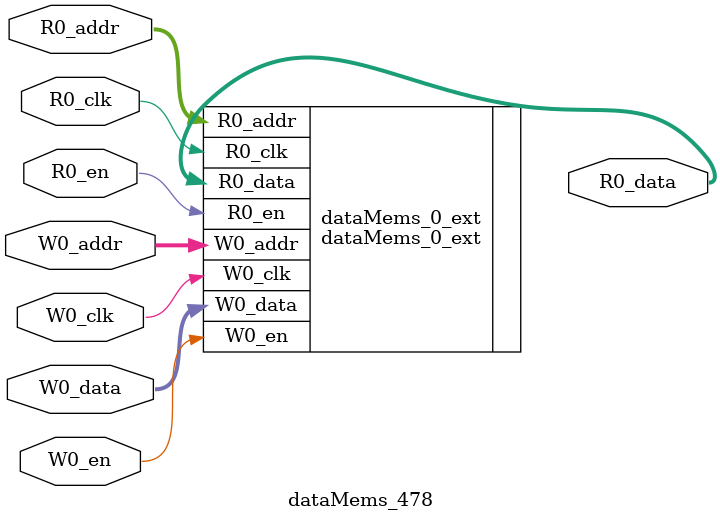
<source format=sv>
`ifndef RANDOMIZE
  `ifdef RANDOMIZE_REG_INIT
    `define RANDOMIZE
  `endif // RANDOMIZE_REG_INIT
`endif // not def RANDOMIZE
`ifndef RANDOMIZE
  `ifdef RANDOMIZE_MEM_INIT
    `define RANDOMIZE
  `endif // RANDOMIZE_MEM_INIT
`endif // not def RANDOMIZE

`ifndef RANDOM
  `define RANDOM $random
`endif // not def RANDOM

// Users can define 'PRINTF_COND' to add an extra gate to prints.
`ifndef PRINTF_COND_
  `ifdef PRINTF_COND
    `define PRINTF_COND_ (`PRINTF_COND)
  `else  // PRINTF_COND
    `define PRINTF_COND_ 1
  `endif // PRINTF_COND
`endif // not def PRINTF_COND_

// Users can define 'ASSERT_VERBOSE_COND' to add an extra gate to assert error printing.
`ifndef ASSERT_VERBOSE_COND_
  `ifdef ASSERT_VERBOSE_COND
    `define ASSERT_VERBOSE_COND_ (`ASSERT_VERBOSE_COND)
  `else  // ASSERT_VERBOSE_COND
    `define ASSERT_VERBOSE_COND_ 1
  `endif // ASSERT_VERBOSE_COND
`endif // not def ASSERT_VERBOSE_COND_

// Users can define 'STOP_COND' to add an extra gate to stop conditions.
`ifndef STOP_COND_
  `ifdef STOP_COND
    `define STOP_COND_ (`STOP_COND)
  `else  // STOP_COND
    `define STOP_COND_ 1
  `endif // STOP_COND
`endif // not def STOP_COND_

// Users can define INIT_RANDOM as general code that gets injected into the
// initializer block for modules with registers.
`ifndef INIT_RANDOM
  `define INIT_RANDOM
`endif // not def INIT_RANDOM

// If using random initialization, you can also define RANDOMIZE_DELAY to
// customize the delay used, otherwise 0.002 is used.
`ifndef RANDOMIZE_DELAY
  `define RANDOMIZE_DELAY 0.002
`endif // not def RANDOMIZE_DELAY

// Define INIT_RANDOM_PROLOG_ for use in our modules below.
`ifndef INIT_RANDOM_PROLOG_
  `ifdef RANDOMIZE
    `ifdef VERILATOR
      `define INIT_RANDOM_PROLOG_ `INIT_RANDOM
    `else  // VERILATOR
      `define INIT_RANDOM_PROLOG_ `INIT_RANDOM #`RANDOMIZE_DELAY begin end
    `endif // VERILATOR
  `else  // RANDOMIZE
    `define INIT_RANDOM_PROLOG_
  `endif // RANDOMIZE
`endif // not def INIT_RANDOM_PROLOG_

// Include register initializers in init blocks unless synthesis is set
`ifndef SYNTHESIS
  `ifndef ENABLE_INITIAL_REG_
    `define ENABLE_INITIAL_REG_
  `endif // not def ENABLE_INITIAL_REG_
`endif // not def SYNTHESIS

// Include rmemory initializers in init blocks unless synthesis is set
`ifndef SYNTHESIS
  `ifndef ENABLE_INITIAL_MEM_
    `define ENABLE_INITIAL_MEM_
  `endif // not def ENABLE_INITIAL_MEM_
`endif // not def SYNTHESIS

module dataMems_478(	// @[generators/ara/src/main/scala/UnsafeAXI4ToTL.scala:365:62]
  input  [4:0]  R0_addr,
  input         R0_en,
  input         R0_clk,
  output [66:0] R0_data,
  input  [4:0]  W0_addr,
  input         W0_en,
  input         W0_clk,
  input  [66:0] W0_data
);

  dataMems_0_ext dataMems_0_ext (	// @[generators/ara/src/main/scala/UnsafeAXI4ToTL.scala:365:62]
    .R0_addr (R0_addr),
    .R0_en   (R0_en),
    .R0_clk  (R0_clk),
    .R0_data (R0_data),
    .W0_addr (W0_addr),
    .W0_en   (W0_en),
    .W0_clk  (W0_clk),
    .W0_data (W0_data)
  );
endmodule


</source>
